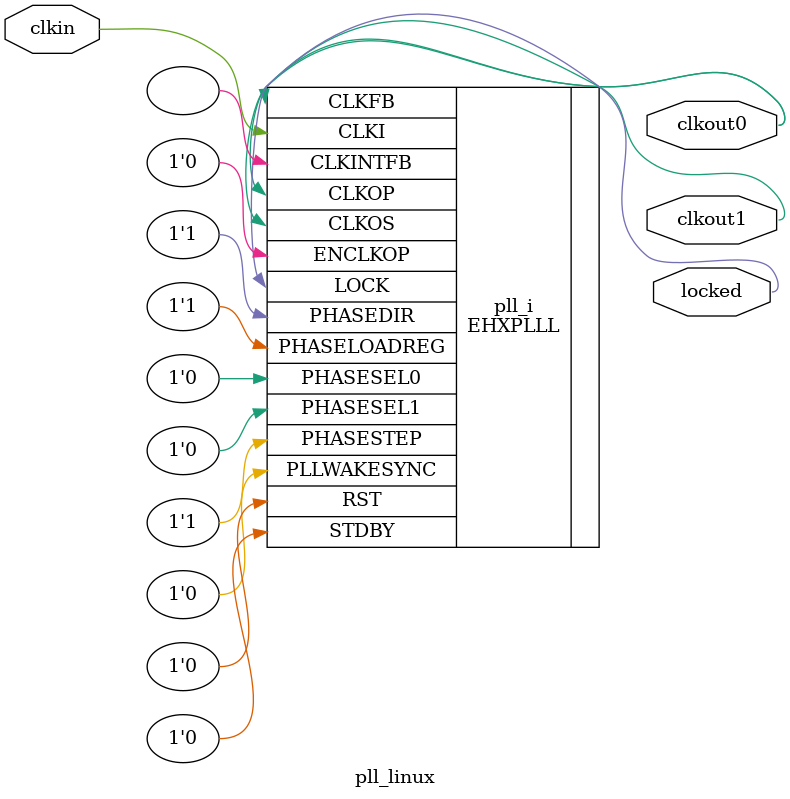
<source format=v>
module pll_linux
(
    input clkin, // 25 MHz, 0 deg
    output clkout0, // 50 MHz, 0 deg
    output clkout1, // 50 MHz, 90 deg
    output locked
);
(* FREQUENCY_PIN_CLKI="25" *)
(* FREQUENCY_PIN_CLKOP="50" *)
(* FREQUENCY_PIN_CLKOS="50" *)
(* ICP_CURRENT="12" *) (* LPF_RESISTOR="8" *) (* MFG_ENABLE_FILTEROPAMP="1" *) (* MFG_GMCREF_SEL="2" *)
EHXPLLL #(
        .PLLRST_ENA("DISABLED"),
        .INTFB_WAKE("DISABLED"),
        .STDBY_ENABLE("DISABLED"),
        .DPHASE_SOURCE("DISABLED"),
        .OUTDIVIDER_MUXA("DIVA"),
        .OUTDIVIDER_MUXB("DIVB"),
        .OUTDIVIDER_MUXC("DIVC"),
        .OUTDIVIDER_MUXD("DIVD"),
        .CLKI_DIV(1),
        .CLKOP_ENABLE("ENABLED"),
        .CLKOP_DIV(13),
        .CLKOP_CPHASE(12),
        .CLKOP_FPHASE(0),
        .CLKOS_ENABLE("ENABLED"),
        .CLKOS_DIV(13),
        .CLKOS_CPHASE(23),//23  21
        .CLKOS_FPHASE(3),//3    6
        .FEEDBK_PATH("CLKOP"),
        .CLKFB_DIV(2)
    ) pll_i (
        .RST(1'b0),
        .STDBY(1'b0),
        .CLKI(clkin),
        .CLKOP(clkout0),
        .CLKOS(clkout1),
        .CLKFB(clkout0),
        .CLKINTFB(),
        .PHASESEL0(1'b0),
        .PHASESEL1(1'b0),
        .PHASEDIR(1'b1),
        .PHASESTEP(1'b1),
        .PHASELOADREG(1'b1),
        .PLLWAKESYNC(1'b0),
        .ENCLKOP(1'b0),
        .LOCK(locked)
	);
endmodule

</source>
